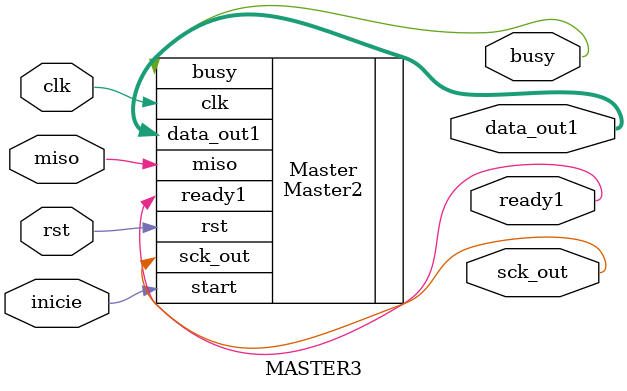
<source format=v>
`timescale 1ns / 1ps
module MASTER3( input wire clk, rst, miso, inicie, output  ready1, output wire busy, sck_out, output [15:0] data_out1
    );
	 
	 
	 

//CSgenerator#(.N(12),.Divisor(2268),.N1(8),.PULSED(138)) GENERADOR_cs (.clk(clk),.rst(rst),.clk_out(x) );

Master2    Master ( .clk(clk), .rst(rst),.start(inicie),.miso(miso), .ready1(ready1), .busy(busy), .sck_out(sck_out), .data_out1(data_out1));


endmodule

</source>
